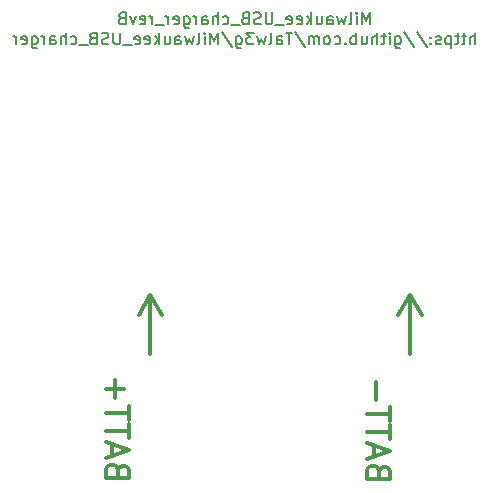
<source format=gbo>
G04 #@! TF.GenerationSoftware,KiCad,Pcbnew,(5.1.2)-2*
G04 #@! TF.CreationDate,2019-06-29T18:25:01+02:00*
G04 #@! TF.ProjectId,Milwaukee_USB_charger,4d696c77-6175-46b6-9565-5f5553425f63,rev?*
G04 #@! TF.SameCoordinates,Original*
G04 #@! TF.FileFunction,Legend,Bot*
G04 #@! TF.FilePolarity,Positive*
%FSLAX46Y46*%
G04 Gerber Fmt 4.6, Leading zero omitted, Abs format (unit mm)*
G04 Created by KiCad (PCBNEW (5.1.2)-2) date 2019-06-29 18:25:01*
%MOMM*%
%LPD*%
G04 APERTURE LIST*
%ADD10C,0.200000*%
%ADD11C,0.300000*%
G04 APERTURE END LIST*
D10*
X110619047Y-70872380D02*
X110619047Y-69872380D01*
X110285714Y-70586666D01*
X109952380Y-69872380D01*
X109952380Y-70872380D01*
X109476190Y-70872380D02*
X109476190Y-70205714D01*
X109476190Y-69872380D02*
X109523809Y-69920000D01*
X109476190Y-69967619D01*
X109428571Y-69920000D01*
X109476190Y-69872380D01*
X109476190Y-69967619D01*
X108857142Y-70872380D02*
X108952380Y-70824761D01*
X109000000Y-70729523D01*
X109000000Y-69872380D01*
X108571428Y-70205714D02*
X108380952Y-70872380D01*
X108190476Y-70396190D01*
X108000000Y-70872380D01*
X107809523Y-70205714D01*
X107000000Y-70872380D02*
X107000000Y-70348571D01*
X107047619Y-70253333D01*
X107142857Y-70205714D01*
X107333333Y-70205714D01*
X107428571Y-70253333D01*
X107000000Y-70824761D02*
X107095238Y-70872380D01*
X107333333Y-70872380D01*
X107428571Y-70824761D01*
X107476190Y-70729523D01*
X107476190Y-70634285D01*
X107428571Y-70539047D01*
X107333333Y-70491428D01*
X107095238Y-70491428D01*
X107000000Y-70443809D01*
X106095238Y-70205714D02*
X106095238Y-70872380D01*
X106523809Y-70205714D02*
X106523809Y-70729523D01*
X106476190Y-70824761D01*
X106380952Y-70872380D01*
X106238095Y-70872380D01*
X106142857Y-70824761D01*
X106095238Y-70777142D01*
X105619047Y-70872380D02*
X105619047Y-69872380D01*
X105523809Y-70491428D02*
X105238095Y-70872380D01*
X105238095Y-70205714D02*
X105619047Y-70586666D01*
X104428571Y-70824761D02*
X104523809Y-70872380D01*
X104714285Y-70872380D01*
X104809523Y-70824761D01*
X104857142Y-70729523D01*
X104857142Y-70348571D01*
X104809523Y-70253333D01*
X104714285Y-70205714D01*
X104523809Y-70205714D01*
X104428571Y-70253333D01*
X104380952Y-70348571D01*
X104380952Y-70443809D01*
X104857142Y-70539047D01*
X103571428Y-70824761D02*
X103666666Y-70872380D01*
X103857142Y-70872380D01*
X103952380Y-70824761D01*
X104000000Y-70729523D01*
X104000000Y-70348571D01*
X103952380Y-70253333D01*
X103857142Y-70205714D01*
X103666666Y-70205714D01*
X103571428Y-70253333D01*
X103523809Y-70348571D01*
X103523809Y-70443809D01*
X104000000Y-70539047D01*
X103333333Y-70967619D02*
X102571428Y-70967619D01*
X102333333Y-69872380D02*
X102333333Y-70681904D01*
X102285714Y-70777142D01*
X102238095Y-70824761D01*
X102142857Y-70872380D01*
X101952380Y-70872380D01*
X101857142Y-70824761D01*
X101809523Y-70777142D01*
X101761904Y-70681904D01*
X101761904Y-69872380D01*
X101333333Y-70824761D02*
X101190476Y-70872380D01*
X100952380Y-70872380D01*
X100857142Y-70824761D01*
X100809523Y-70777142D01*
X100761904Y-70681904D01*
X100761904Y-70586666D01*
X100809523Y-70491428D01*
X100857142Y-70443809D01*
X100952380Y-70396190D01*
X101142857Y-70348571D01*
X101238095Y-70300952D01*
X101285714Y-70253333D01*
X101333333Y-70158095D01*
X101333333Y-70062857D01*
X101285714Y-69967619D01*
X101238095Y-69920000D01*
X101142857Y-69872380D01*
X100904761Y-69872380D01*
X100761904Y-69920000D01*
X100000000Y-70348571D02*
X99857142Y-70396190D01*
X99809523Y-70443809D01*
X99761904Y-70539047D01*
X99761904Y-70681904D01*
X99809523Y-70777142D01*
X99857142Y-70824761D01*
X99952380Y-70872380D01*
X100333333Y-70872380D01*
X100333333Y-69872380D01*
X100000000Y-69872380D01*
X99904761Y-69920000D01*
X99857142Y-69967619D01*
X99809523Y-70062857D01*
X99809523Y-70158095D01*
X99857142Y-70253333D01*
X99904761Y-70300952D01*
X100000000Y-70348571D01*
X100333333Y-70348571D01*
X99571428Y-70967619D02*
X98809523Y-70967619D01*
X98142857Y-70824761D02*
X98238095Y-70872380D01*
X98428571Y-70872380D01*
X98523809Y-70824761D01*
X98571428Y-70777142D01*
X98619047Y-70681904D01*
X98619047Y-70396190D01*
X98571428Y-70300952D01*
X98523809Y-70253333D01*
X98428571Y-70205714D01*
X98238095Y-70205714D01*
X98142857Y-70253333D01*
X97714285Y-70872380D02*
X97714285Y-69872380D01*
X97285714Y-70872380D02*
X97285714Y-70348571D01*
X97333333Y-70253333D01*
X97428571Y-70205714D01*
X97571428Y-70205714D01*
X97666666Y-70253333D01*
X97714285Y-70300952D01*
X96380952Y-70872380D02*
X96380952Y-70348571D01*
X96428571Y-70253333D01*
X96523809Y-70205714D01*
X96714285Y-70205714D01*
X96809523Y-70253333D01*
X96380952Y-70824761D02*
X96476190Y-70872380D01*
X96714285Y-70872380D01*
X96809523Y-70824761D01*
X96857142Y-70729523D01*
X96857142Y-70634285D01*
X96809523Y-70539047D01*
X96714285Y-70491428D01*
X96476190Y-70491428D01*
X96380952Y-70443809D01*
X95904761Y-70872380D02*
X95904761Y-70205714D01*
X95904761Y-70396190D02*
X95857142Y-70300952D01*
X95809523Y-70253333D01*
X95714285Y-70205714D01*
X95619047Y-70205714D01*
X94857142Y-70205714D02*
X94857142Y-71015238D01*
X94904761Y-71110476D01*
X94952380Y-71158095D01*
X95047619Y-71205714D01*
X95190476Y-71205714D01*
X95285714Y-71158095D01*
X94857142Y-70824761D02*
X94952380Y-70872380D01*
X95142857Y-70872380D01*
X95238095Y-70824761D01*
X95285714Y-70777142D01*
X95333333Y-70681904D01*
X95333333Y-70396190D01*
X95285714Y-70300952D01*
X95238095Y-70253333D01*
X95142857Y-70205714D01*
X94952380Y-70205714D01*
X94857142Y-70253333D01*
X94000000Y-70824761D02*
X94095238Y-70872380D01*
X94285714Y-70872380D01*
X94380952Y-70824761D01*
X94428571Y-70729523D01*
X94428571Y-70348571D01*
X94380952Y-70253333D01*
X94285714Y-70205714D01*
X94095238Y-70205714D01*
X94000000Y-70253333D01*
X93952380Y-70348571D01*
X93952380Y-70443809D01*
X94428571Y-70539047D01*
X93523809Y-70872380D02*
X93523809Y-70205714D01*
X93523809Y-70396190D02*
X93476190Y-70300952D01*
X93428571Y-70253333D01*
X93333333Y-70205714D01*
X93238095Y-70205714D01*
X93142857Y-70967619D02*
X92380952Y-70967619D01*
X92142857Y-70872380D02*
X92142857Y-70205714D01*
X92142857Y-70396190D02*
X92095238Y-70300952D01*
X92047619Y-70253333D01*
X91952380Y-70205714D01*
X91857142Y-70205714D01*
X91142857Y-70824761D02*
X91238095Y-70872380D01*
X91428571Y-70872380D01*
X91523809Y-70824761D01*
X91571428Y-70729523D01*
X91571428Y-70348571D01*
X91523809Y-70253333D01*
X91428571Y-70205714D01*
X91238095Y-70205714D01*
X91142857Y-70253333D01*
X91095238Y-70348571D01*
X91095238Y-70443809D01*
X91571428Y-70539047D01*
X90761904Y-70205714D02*
X90523809Y-70872380D01*
X90285714Y-70205714D01*
X89571428Y-70348571D02*
X89428571Y-70396190D01*
X89380952Y-70443809D01*
X89333333Y-70539047D01*
X89333333Y-70681904D01*
X89380952Y-70777142D01*
X89428571Y-70824761D01*
X89523809Y-70872380D01*
X89904761Y-70872380D01*
X89904761Y-69872380D01*
X89571428Y-69872380D01*
X89476190Y-69920000D01*
X89428571Y-69967619D01*
X89380952Y-70062857D01*
X89380952Y-70158095D01*
X89428571Y-70253333D01*
X89476190Y-70300952D01*
X89571428Y-70348571D01*
X89904761Y-70348571D01*
X119500000Y-72572380D02*
X119500000Y-71572380D01*
X119071428Y-72572380D02*
X119071428Y-72048571D01*
X119119047Y-71953333D01*
X119214285Y-71905714D01*
X119357142Y-71905714D01*
X119452380Y-71953333D01*
X119500000Y-72000952D01*
X118738095Y-71905714D02*
X118357142Y-71905714D01*
X118595238Y-71572380D02*
X118595238Y-72429523D01*
X118547619Y-72524761D01*
X118452380Y-72572380D01*
X118357142Y-72572380D01*
X118166666Y-71905714D02*
X117785714Y-71905714D01*
X118023809Y-71572380D02*
X118023809Y-72429523D01*
X117976190Y-72524761D01*
X117880952Y-72572380D01*
X117785714Y-72572380D01*
X117452380Y-71905714D02*
X117452380Y-72905714D01*
X117452380Y-71953333D02*
X117357142Y-71905714D01*
X117166666Y-71905714D01*
X117071428Y-71953333D01*
X117023809Y-72000952D01*
X116976190Y-72096190D01*
X116976190Y-72381904D01*
X117023809Y-72477142D01*
X117071428Y-72524761D01*
X117166666Y-72572380D01*
X117357142Y-72572380D01*
X117452380Y-72524761D01*
X116595238Y-72524761D02*
X116500000Y-72572380D01*
X116309523Y-72572380D01*
X116214285Y-72524761D01*
X116166666Y-72429523D01*
X116166666Y-72381904D01*
X116214285Y-72286666D01*
X116309523Y-72239047D01*
X116452380Y-72239047D01*
X116547619Y-72191428D01*
X116595238Y-72096190D01*
X116595238Y-72048571D01*
X116547619Y-71953333D01*
X116452380Y-71905714D01*
X116309523Y-71905714D01*
X116214285Y-71953333D01*
X115738095Y-72477142D02*
X115690476Y-72524761D01*
X115738095Y-72572380D01*
X115785714Y-72524761D01*
X115738095Y-72477142D01*
X115738095Y-72572380D01*
X115738095Y-71953333D02*
X115690476Y-72000952D01*
X115738095Y-72048571D01*
X115785714Y-72000952D01*
X115738095Y-71953333D01*
X115738095Y-72048571D01*
X114547619Y-71524761D02*
X115404761Y-72810476D01*
X113500000Y-71524761D02*
X114357142Y-72810476D01*
X112738095Y-71905714D02*
X112738095Y-72715238D01*
X112785714Y-72810476D01*
X112833333Y-72858095D01*
X112928571Y-72905714D01*
X113071428Y-72905714D01*
X113166666Y-72858095D01*
X112738095Y-72524761D02*
X112833333Y-72572380D01*
X113023809Y-72572380D01*
X113119047Y-72524761D01*
X113166666Y-72477142D01*
X113214285Y-72381904D01*
X113214285Y-72096190D01*
X113166666Y-72000952D01*
X113119047Y-71953333D01*
X113023809Y-71905714D01*
X112833333Y-71905714D01*
X112738095Y-71953333D01*
X112261904Y-72572380D02*
X112261904Y-71905714D01*
X112261904Y-71572380D02*
X112309523Y-71620000D01*
X112261904Y-71667619D01*
X112214285Y-71620000D01*
X112261904Y-71572380D01*
X112261904Y-71667619D01*
X111928571Y-71905714D02*
X111547619Y-71905714D01*
X111785714Y-71572380D02*
X111785714Y-72429523D01*
X111738095Y-72524761D01*
X111642857Y-72572380D01*
X111547619Y-72572380D01*
X111214285Y-72572380D02*
X111214285Y-71572380D01*
X110785714Y-72572380D02*
X110785714Y-72048571D01*
X110833333Y-71953333D01*
X110928571Y-71905714D01*
X111071428Y-71905714D01*
X111166666Y-71953333D01*
X111214285Y-72000952D01*
X109880952Y-71905714D02*
X109880952Y-72572380D01*
X110309523Y-71905714D02*
X110309523Y-72429523D01*
X110261904Y-72524761D01*
X110166666Y-72572380D01*
X110023809Y-72572380D01*
X109928571Y-72524761D01*
X109880952Y-72477142D01*
X109404761Y-72572380D02*
X109404761Y-71572380D01*
X109404761Y-71953333D02*
X109309523Y-71905714D01*
X109119047Y-71905714D01*
X109023809Y-71953333D01*
X108976190Y-72000952D01*
X108928571Y-72096190D01*
X108928571Y-72381904D01*
X108976190Y-72477142D01*
X109023809Y-72524761D01*
X109119047Y-72572380D01*
X109309523Y-72572380D01*
X109404761Y-72524761D01*
X108500000Y-72477142D02*
X108452380Y-72524761D01*
X108500000Y-72572380D01*
X108547619Y-72524761D01*
X108500000Y-72477142D01*
X108500000Y-72572380D01*
X107595238Y-72524761D02*
X107690476Y-72572380D01*
X107880952Y-72572380D01*
X107976190Y-72524761D01*
X108023809Y-72477142D01*
X108071428Y-72381904D01*
X108071428Y-72096190D01*
X108023809Y-72000952D01*
X107976190Y-71953333D01*
X107880952Y-71905714D01*
X107690476Y-71905714D01*
X107595238Y-71953333D01*
X107023809Y-72572380D02*
X107119047Y-72524761D01*
X107166666Y-72477142D01*
X107214285Y-72381904D01*
X107214285Y-72096190D01*
X107166666Y-72000952D01*
X107119047Y-71953333D01*
X107023809Y-71905714D01*
X106880952Y-71905714D01*
X106785714Y-71953333D01*
X106738095Y-72000952D01*
X106690476Y-72096190D01*
X106690476Y-72381904D01*
X106738095Y-72477142D01*
X106785714Y-72524761D01*
X106880952Y-72572380D01*
X107023809Y-72572380D01*
X106261904Y-72572380D02*
X106261904Y-71905714D01*
X106261904Y-72000952D02*
X106214285Y-71953333D01*
X106119047Y-71905714D01*
X105976190Y-71905714D01*
X105880952Y-71953333D01*
X105833333Y-72048571D01*
X105833333Y-72572380D01*
X105833333Y-72048571D02*
X105785714Y-71953333D01*
X105690476Y-71905714D01*
X105547619Y-71905714D01*
X105452380Y-71953333D01*
X105404761Y-72048571D01*
X105404761Y-72572380D01*
X104214285Y-71524761D02*
X105071428Y-72810476D01*
X104023809Y-71572380D02*
X103452380Y-71572380D01*
X103738095Y-72572380D02*
X103738095Y-71572380D01*
X102690476Y-72572380D02*
X102690476Y-72048571D01*
X102738095Y-71953333D01*
X102833333Y-71905714D01*
X103023809Y-71905714D01*
X103119047Y-71953333D01*
X102690476Y-72524761D02*
X102785714Y-72572380D01*
X103023809Y-72572380D01*
X103119047Y-72524761D01*
X103166666Y-72429523D01*
X103166666Y-72334285D01*
X103119047Y-72239047D01*
X103023809Y-72191428D01*
X102785714Y-72191428D01*
X102690476Y-72143809D01*
X102071428Y-72572380D02*
X102166666Y-72524761D01*
X102214285Y-72429523D01*
X102214285Y-71572380D01*
X101785714Y-71905714D02*
X101595238Y-72572380D01*
X101404761Y-72096190D01*
X101214285Y-72572380D01*
X101023809Y-71905714D01*
X100738095Y-71572380D02*
X100119047Y-71572380D01*
X100452380Y-71953333D01*
X100309523Y-71953333D01*
X100214285Y-72000952D01*
X100166666Y-72048571D01*
X100119047Y-72143809D01*
X100119047Y-72381904D01*
X100166666Y-72477142D01*
X100214285Y-72524761D01*
X100309523Y-72572380D01*
X100595238Y-72572380D01*
X100690476Y-72524761D01*
X100738095Y-72477142D01*
X99261904Y-71905714D02*
X99261904Y-72715238D01*
X99309523Y-72810476D01*
X99357142Y-72858095D01*
X99452380Y-72905714D01*
X99595238Y-72905714D01*
X99690476Y-72858095D01*
X99261904Y-72524761D02*
X99357142Y-72572380D01*
X99547619Y-72572380D01*
X99642857Y-72524761D01*
X99690476Y-72477142D01*
X99738095Y-72381904D01*
X99738095Y-72096190D01*
X99690476Y-72000952D01*
X99642857Y-71953333D01*
X99547619Y-71905714D01*
X99357142Y-71905714D01*
X99261904Y-71953333D01*
X98071428Y-71524761D02*
X98928571Y-72810476D01*
X97738095Y-72572380D02*
X97738095Y-71572380D01*
X97404761Y-72286666D01*
X97071428Y-71572380D01*
X97071428Y-72572380D01*
X96595238Y-72572380D02*
X96595238Y-71905714D01*
X96595238Y-71572380D02*
X96642857Y-71620000D01*
X96595238Y-71667619D01*
X96547619Y-71620000D01*
X96595238Y-71572380D01*
X96595238Y-71667619D01*
X95976190Y-72572380D02*
X96071428Y-72524761D01*
X96119047Y-72429523D01*
X96119047Y-71572380D01*
X95690476Y-71905714D02*
X95500000Y-72572380D01*
X95309523Y-72096190D01*
X95119047Y-72572380D01*
X94928571Y-71905714D01*
X94119047Y-72572380D02*
X94119047Y-72048571D01*
X94166666Y-71953333D01*
X94261904Y-71905714D01*
X94452380Y-71905714D01*
X94547619Y-71953333D01*
X94119047Y-72524761D02*
X94214285Y-72572380D01*
X94452380Y-72572380D01*
X94547619Y-72524761D01*
X94595238Y-72429523D01*
X94595238Y-72334285D01*
X94547619Y-72239047D01*
X94452380Y-72191428D01*
X94214285Y-72191428D01*
X94119047Y-72143809D01*
X93214285Y-71905714D02*
X93214285Y-72572380D01*
X93642857Y-71905714D02*
X93642857Y-72429523D01*
X93595238Y-72524761D01*
X93500000Y-72572380D01*
X93357142Y-72572380D01*
X93261904Y-72524761D01*
X93214285Y-72477142D01*
X92738095Y-72572380D02*
X92738095Y-71572380D01*
X92642857Y-72191428D02*
X92357142Y-72572380D01*
X92357142Y-71905714D02*
X92738095Y-72286666D01*
X91547619Y-72524761D02*
X91642857Y-72572380D01*
X91833333Y-72572380D01*
X91928571Y-72524761D01*
X91976190Y-72429523D01*
X91976190Y-72048571D01*
X91928571Y-71953333D01*
X91833333Y-71905714D01*
X91642857Y-71905714D01*
X91547619Y-71953333D01*
X91500000Y-72048571D01*
X91500000Y-72143809D01*
X91976190Y-72239047D01*
X90690476Y-72524761D02*
X90785714Y-72572380D01*
X90976190Y-72572380D01*
X91071428Y-72524761D01*
X91119047Y-72429523D01*
X91119047Y-72048571D01*
X91071428Y-71953333D01*
X90976190Y-71905714D01*
X90785714Y-71905714D01*
X90690476Y-71953333D01*
X90642857Y-72048571D01*
X90642857Y-72143809D01*
X91119047Y-72239047D01*
X90452380Y-72667619D02*
X89690476Y-72667619D01*
X89452380Y-71572380D02*
X89452380Y-72381904D01*
X89404761Y-72477142D01*
X89357142Y-72524761D01*
X89261904Y-72572380D01*
X89071428Y-72572380D01*
X88976190Y-72524761D01*
X88928571Y-72477142D01*
X88880952Y-72381904D01*
X88880952Y-71572380D01*
X88452380Y-72524761D02*
X88309523Y-72572380D01*
X88071428Y-72572380D01*
X87976190Y-72524761D01*
X87928571Y-72477142D01*
X87880952Y-72381904D01*
X87880952Y-72286666D01*
X87928571Y-72191428D01*
X87976190Y-72143809D01*
X88071428Y-72096190D01*
X88261904Y-72048571D01*
X88357142Y-72000952D01*
X88404761Y-71953333D01*
X88452380Y-71858095D01*
X88452380Y-71762857D01*
X88404761Y-71667619D01*
X88357142Y-71620000D01*
X88261904Y-71572380D01*
X88023809Y-71572380D01*
X87880952Y-71620000D01*
X87119047Y-72048571D02*
X86976190Y-72096190D01*
X86928571Y-72143809D01*
X86880952Y-72239047D01*
X86880952Y-72381904D01*
X86928571Y-72477142D01*
X86976190Y-72524761D01*
X87071428Y-72572380D01*
X87452380Y-72572380D01*
X87452380Y-71572380D01*
X87119047Y-71572380D01*
X87023809Y-71620000D01*
X86976190Y-71667619D01*
X86928571Y-71762857D01*
X86928571Y-71858095D01*
X86976190Y-71953333D01*
X87023809Y-72000952D01*
X87119047Y-72048571D01*
X87452380Y-72048571D01*
X86690476Y-72667619D02*
X85928571Y-72667619D01*
X85261904Y-72524761D02*
X85357142Y-72572380D01*
X85547619Y-72572380D01*
X85642857Y-72524761D01*
X85690476Y-72477142D01*
X85738095Y-72381904D01*
X85738095Y-72096190D01*
X85690476Y-72000952D01*
X85642857Y-71953333D01*
X85547619Y-71905714D01*
X85357142Y-71905714D01*
X85261904Y-71953333D01*
X84833333Y-72572380D02*
X84833333Y-71572380D01*
X84404761Y-72572380D02*
X84404761Y-72048571D01*
X84452380Y-71953333D01*
X84547619Y-71905714D01*
X84690476Y-71905714D01*
X84785714Y-71953333D01*
X84833333Y-72000952D01*
X83500000Y-72572380D02*
X83500000Y-72048571D01*
X83547619Y-71953333D01*
X83642857Y-71905714D01*
X83833333Y-71905714D01*
X83928571Y-71953333D01*
X83500000Y-72524761D02*
X83595238Y-72572380D01*
X83833333Y-72572380D01*
X83928571Y-72524761D01*
X83976190Y-72429523D01*
X83976190Y-72334285D01*
X83928571Y-72239047D01*
X83833333Y-72191428D01*
X83595238Y-72191428D01*
X83500000Y-72143809D01*
X83023809Y-72572380D02*
X83023809Y-71905714D01*
X83023809Y-72096190D02*
X82976190Y-72000952D01*
X82928571Y-71953333D01*
X82833333Y-71905714D01*
X82738095Y-71905714D01*
X81976190Y-71905714D02*
X81976190Y-72715238D01*
X82023809Y-72810476D01*
X82071428Y-72858095D01*
X82166666Y-72905714D01*
X82309523Y-72905714D01*
X82404761Y-72858095D01*
X81976190Y-72524761D02*
X82071428Y-72572380D01*
X82261904Y-72572380D01*
X82357142Y-72524761D01*
X82404761Y-72477142D01*
X82452380Y-72381904D01*
X82452380Y-72096190D01*
X82404761Y-72000952D01*
X82357142Y-71953333D01*
X82261904Y-71905714D01*
X82071428Y-71905714D01*
X81976190Y-71953333D01*
X81119047Y-72524761D02*
X81214285Y-72572380D01*
X81404761Y-72572380D01*
X81500000Y-72524761D01*
X81547619Y-72429523D01*
X81547619Y-72048571D01*
X81500000Y-71953333D01*
X81404761Y-71905714D01*
X81214285Y-71905714D01*
X81119047Y-71953333D01*
X81071428Y-72048571D01*
X81071428Y-72143809D01*
X81547619Y-72239047D01*
X80642857Y-72572380D02*
X80642857Y-71905714D01*
X80642857Y-72096190D02*
X80595238Y-72000952D01*
X80547619Y-71953333D01*
X80452380Y-71905714D01*
X80357142Y-71905714D01*
D11*
X114000000Y-98800000D02*
X114000000Y-93800000D01*
X114000000Y-93800000D02*
X115000000Y-95500000D01*
X114000000Y-93800000D02*
X113000000Y-95500000D01*
X92000000Y-98800000D02*
X92000000Y-93800000D01*
X92000000Y-93800000D02*
X93000000Y-95500000D01*
X92000000Y-93800000D02*
X91000000Y-95500000D01*
X111372857Y-108746190D02*
X111277619Y-108460476D01*
X111182380Y-108365238D01*
X110991904Y-108270000D01*
X110706190Y-108270000D01*
X110515714Y-108365238D01*
X110420476Y-108460476D01*
X110325238Y-108650952D01*
X110325238Y-109412857D01*
X112325238Y-109412857D01*
X112325238Y-108746190D01*
X112230000Y-108555714D01*
X112134761Y-108460476D01*
X111944285Y-108365238D01*
X111753809Y-108365238D01*
X111563333Y-108460476D01*
X111468095Y-108555714D01*
X111372857Y-108746190D01*
X111372857Y-109412857D01*
X110896666Y-107508095D02*
X110896666Y-106555714D01*
X110325238Y-107698571D02*
X112325238Y-107031904D01*
X110325238Y-106365238D01*
X112325238Y-105984285D02*
X112325238Y-104841428D01*
X110325238Y-105412857D02*
X112325238Y-105412857D01*
X112325238Y-104460476D02*
X112325238Y-103317619D01*
X110325238Y-103889047D02*
X112325238Y-103889047D01*
X111087142Y-102650952D02*
X111087142Y-101127142D01*
X89272857Y-108646190D02*
X89177619Y-108360476D01*
X89082380Y-108265238D01*
X88891904Y-108170000D01*
X88606190Y-108170000D01*
X88415714Y-108265238D01*
X88320476Y-108360476D01*
X88225238Y-108550952D01*
X88225238Y-109312857D01*
X90225238Y-109312857D01*
X90225238Y-108646190D01*
X90130000Y-108455714D01*
X90034761Y-108360476D01*
X89844285Y-108265238D01*
X89653809Y-108265238D01*
X89463333Y-108360476D01*
X89368095Y-108455714D01*
X89272857Y-108646190D01*
X89272857Y-109312857D01*
X88796666Y-107408095D02*
X88796666Y-106455714D01*
X88225238Y-107598571D02*
X90225238Y-106931904D01*
X88225238Y-106265238D01*
X90225238Y-105884285D02*
X90225238Y-104741428D01*
X88225238Y-105312857D02*
X90225238Y-105312857D01*
X90225238Y-104360476D02*
X90225238Y-103217619D01*
X88225238Y-103789047D02*
X90225238Y-103789047D01*
X88987142Y-102550952D02*
X88987142Y-101027142D01*
X88225238Y-101789047D02*
X89749047Y-101789047D01*
M02*

</source>
